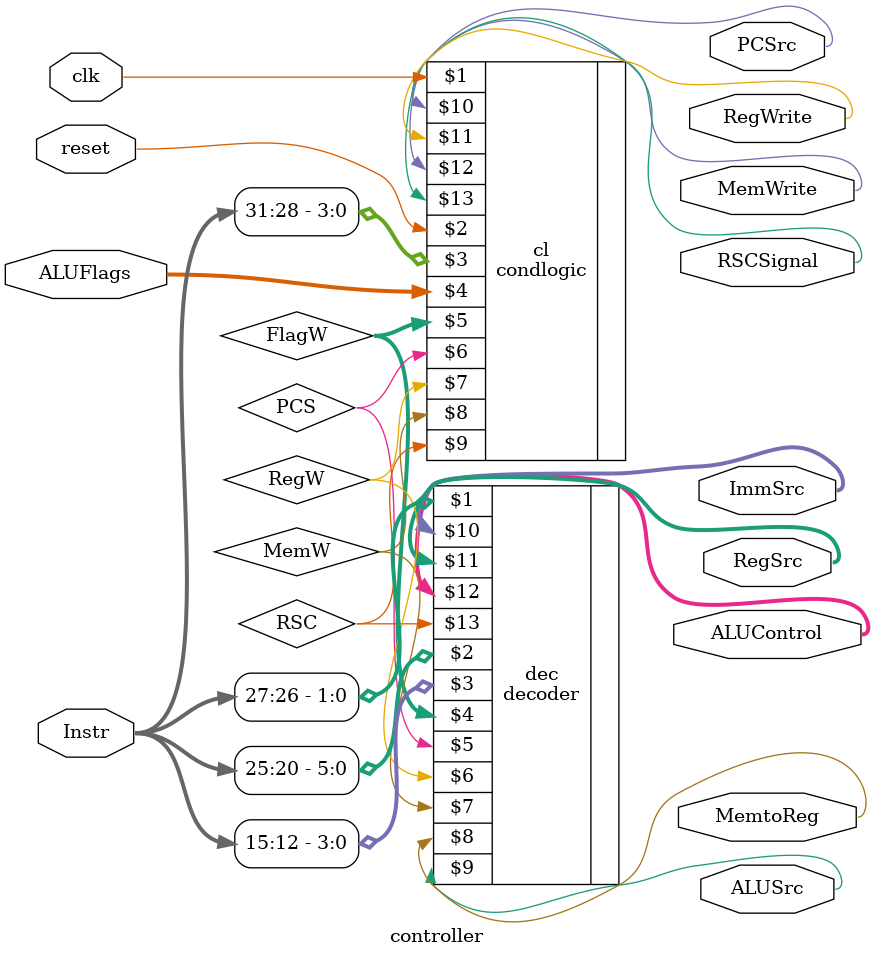
<source format=sv>
module controller(input logic clk, reset,
		input logic [31:12] Instr,
		input logic [3:0] ALUFlags,
		output logic [1:0] RegSrc,
		output logic RegWrite,
		output logic [1:0] ImmSrc,
		output logic ALUSrc,
		output logic [1:0] ALUControl,
		output logic MemWrite, MemtoReg,
		output logic PCSrc,
		output logic RSCSignal);
	logic [1:0] FlagW;
	logic PCS, RegW, MemW, RSC;
decoder dec(Instr[27:26], Instr[25:20], Instr[15:12],FlagW, PCS, RegW, MemW,MemtoReg, ALUSrc, ImmSrc, RegSrc, ALUControl,RSC);

condlogic cl(clk, reset, Instr[31:28], ALUFlags,FlagW, PCS, RegW, MemW, RSC,PCSrc, RegWrite, MemWrite,RSCSignal);

endmodule
</source>
